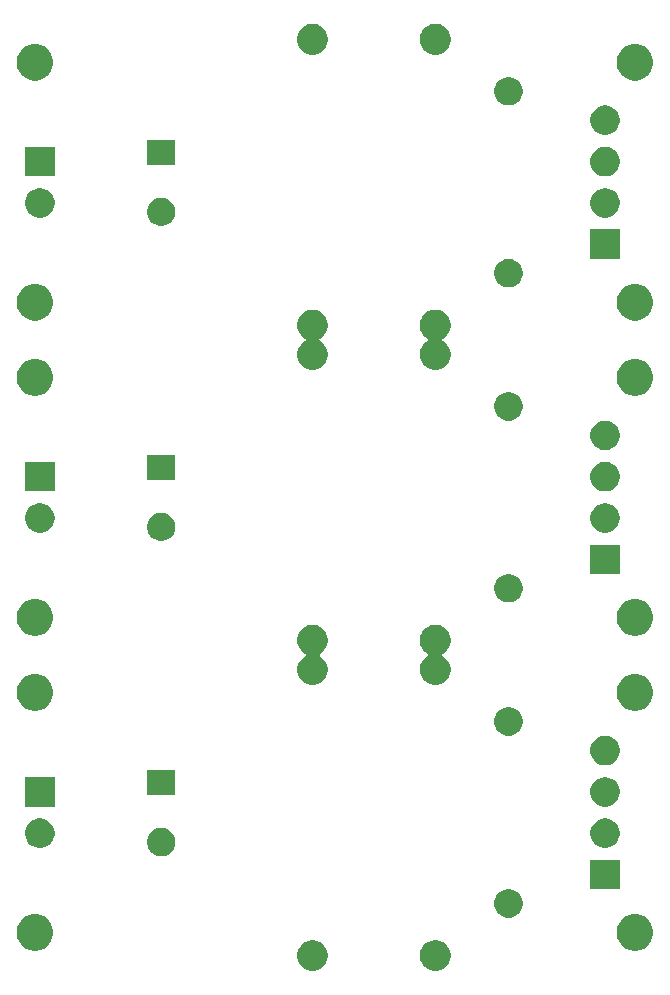
<source format=gbr>
G04 #@! TF.GenerationSoftware,KiCad,Pcbnew,5.1.5-52549c5~86~ubuntu18.04.1*
G04 #@! TF.CreationDate,2020-09-03T19:23:38-05:00*
G04 #@! TF.ProjectId,,58585858-5858-4585-9858-585858585858,rev?*
G04 #@! TF.SameCoordinates,Original*
G04 #@! TF.FileFunction,Soldermask,Top*
G04 #@! TF.FilePolarity,Negative*
%FSLAX46Y46*%
G04 Gerber Fmt 4.6, Leading zero omitted, Abs format (unit mm)*
G04 Created by KiCad (PCBNEW 5.1.5-52549c5~86~ubuntu18.04.1) date 2020-09-03 19:23:38*
%MOMM*%
%LPD*%
G04 APERTURE LIST*
%ADD10C,0.100000*%
G04 APERTURE END LIST*
D10*
G36*
X143686193Y-112226104D02*
G01*
X143922901Y-112324152D01*
X143922903Y-112324153D01*
X144135935Y-112466496D01*
X144317104Y-112647665D01*
X144459447Y-112860697D01*
X144459448Y-112860699D01*
X144557496Y-113097407D01*
X144607480Y-113348693D01*
X144607480Y-113604907D01*
X144557496Y-113856193D01*
X144459448Y-114092901D01*
X144459447Y-114092903D01*
X144317104Y-114305935D01*
X144135935Y-114487104D01*
X143922903Y-114629447D01*
X143922902Y-114629448D01*
X143922901Y-114629448D01*
X143686193Y-114727496D01*
X143434907Y-114777480D01*
X143178693Y-114777480D01*
X142927407Y-114727496D01*
X142690699Y-114629448D01*
X142690698Y-114629448D01*
X142690697Y-114629447D01*
X142477665Y-114487104D01*
X142296496Y-114305935D01*
X142154153Y-114092903D01*
X142154152Y-114092901D01*
X142056104Y-113856193D01*
X142006120Y-113604907D01*
X142006120Y-113348693D01*
X142056104Y-113097407D01*
X142154152Y-112860699D01*
X142154153Y-112860697D01*
X142296496Y-112647665D01*
X142477665Y-112466496D01*
X142690697Y-112324153D01*
X142690699Y-112324152D01*
X142927407Y-112226104D01*
X143178693Y-112176120D01*
X143434907Y-112176120D01*
X143686193Y-112226104D01*
G37*
G36*
X133297593Y-112226104D02*
G01*
X133534301Y-112324152D01*
X133534303Y-112324153D01*
X133747335Y-112466496D01*
X133928504Y-112647665D01*
X134070847Y-112860697D01*
X134070848Y-112860699D01*
X134168896Y-113097407D01*
X134218880Y-113348693D01*
X134218880Y-113604907D01*
X134168896Y-113856193D01*
X134070848Y-114092901D01*
X134070847Y-114092903D01*
X133928504Y-114305935D01*
X133747335Y-114487104D01*
X133534303Y-114629447D01*
X133534302Y-114629448D01*
X133534301Y-114629448D01*
X133297593Y-114727496D01*
X133046307Y-114777480D01*
X132790093Y-114777480D01*
X132538807Y-114727496D01*
X132302099Y-114629448D01*
X132302098Y-114629448D01*
X132302097Y-114629447D01*
X132089065Y-114487104D01*
X131907896Y-114305935D01*
X131765553Y-114092903D01*
X131765552Y-114092901D01*
X131667504Y-113856193D01*
X131617520Y-113604907D01*
X131617520Y-113348693D01*
X131667504Y-113097407D01*
X131765552Y-112860699D01*
X131765553Y-112860697D01*
X131907896Y-112647665D01*
X132089065Y-112466496D01*
X132302097Y-112324153D01*
X132302099Y-112324152D01*
X132538807Y-112226104D01*
X132790093Y-112176120D01*
X133046307Y-112176120D01*
X133297593Y-112226104D01*
G37*
G36*
X160480803Y-110009078D02*
G01*
X160660410Y-110044804D01*
X160942674Y-110161721D01*
X161196705Y-110331459D01*
X161412741Y-110547495D01*
X161582479Y-110801526D01*
X161699396Y-111083790D01*
X161759000Y-111383440D01*
X161759000Y-111688960D01*
X161699396Y-111988610D01*
X161582479Y-112270874D01*
X161412741Y-112524905D01*
X161196705Y-112740941D01*
X160942674Y-112910679D01*
X160660410Y-113027596D01*
X160510585Y-113057398D01*
X160360761Y-113087200D01*
X160055239Y-113087200D01*
X159905415Y-113057398D01*
X159755590Y-113027596D01*
X159473326Y-112910679D01*
X159219295Y-112740941D01*
X159003259Y-112524905D01*
X158833521Y-112270874D01*
X158716604Y-111988610D01*
X158657000Y-111688960D01*
X158657000Y-111383440D01*
X158716604Y-111083790D01*
X158833521Y-110801526D01*
X159003259Y-110547495D01*
X159219295Y-110331459D01*
X159473326Y-110161721D01*
X159755590Y-110044804D01*
X159935197Y-110009078D01*
X160055239Y-109985200D01*
X160360761Y-109985200D01*
X160480803Y-110009078D01*
G37*
G36*
X109680803Y-110009078D02*
G01*
X109860410Y-110044804D01*
X110142674Y-110161721D01*
X110396705Y-110331459D01*
X110612741Y-110547495D01*
X110782479Y-110801526D01*
X110899396Y-111083790D01*
X110959000Y-111383440D01*
X110959000Y-111688960D01*
X110899396Y-111988610D01*
X110782479Y-112270874D01*
X110612741Y-112524905D01*
X110396705Y-112740941D01*
X110142674Y-112910679D01*
X109860410Y-113027596D01*
X109710585Y-113057398D01*
X109560761Y-113087200D01*
X109255239Y-113087200D01*
X109105415Y-113057398D01*
X108955590Y-113027596D01*
X108673326Y-112910679D01*
X108419295Y-112740941D01*
X108203259Y-112524905D01*
X108033521Y-112270874D01*
X107916604Y-111988610D01*
X107857000Y-111688960D01*
X107857000Y-111383440D01*
X107916604Y-111083790D01*
X108033521Y-110801526D01*
X108203259Y-110547495D01*
X108419295Y-110331459D01*
X108673326Y-110161721D01*
X108955590Y-110044804D01*
X109135197Y-110009078D01*
X109255239Y-109985200D01*
X109560761Y-109985200D01*
X109680803Y-110009078D01*
G37*
G36*
X149858318Y-107921353D02*
G01*
X150076885Y-108011887D01*
X150076887Y-108011888D01*
X150273593Y-108143322D01*
X150440878Y-108310607D01*
X150572312Y-108507313D01*
X150572313Y-108507315D01*
X150662847Y-108725882D01*
X150709000Y-108957910D01*
X150709000Y-109194490D01*
X150662847Y-109426518D01*
X150572313Y-109645085D01*
X150572312Y-109645087D01*
X150440878Y-109841793D01*
X150273593Y-110009078D01*
X150076887Y-110140512D01*
X150076886Y-110140513D01*
X150076885Y-110140513D01*
X149858318Y-110231047D01*
X149626290Y-110277200D01*
X149389710Y-110277200D01*
X149157682Y-110231047D01*
X148939115Y-110140513D01*
X148939114Y-110140513D01*
X148939113Y-110140512D01*
X148742407Y-110009078D01*
X148575122Y-109841793D01*
X148443688Y-109645087D01*
X148443687Y-109645085D01*
X148353153Y-109426518D01*
X148307000Y-109194490D01*
X148307000Y-108957910D01*
X148353153Y-108725882D01*
X148443687Y-108507315D01*
X148443688Y-108507313D01*
X148575122Y-108310607D01*
X148742407Y-108143322D01*
X148939113Y-108011888D01*
X148939115Y-108011887D01*
X149157682Y-107921353D01*
X149389710Y-107875200D01*
X149626290Y-107875200D01*
X149858318Y-107921353D01*
G37*
G36*
X158934200Y-107877200D02*
G01*
X156432200Y-107877200D01*
X156432200Y-105375200D01*
X158934200Y-105375200D01*
X158934200Y-107877200D01*
G37*
G36*
X120458318Y-102721353D02*
G01*
X120676885Y-102811887D01*
X120676887Y-102811888D01*
X120873593Y-102943322D01*
X121040878Y-103110607D01*
X121133625Y-103249414D01*
X121172313Y-103307315D01*
X121262847Y-103525882D01*
X121309000Y-103757910D01*
X121309000Y-103994490D01*
X121262847Y-104226518D01*
X121200432Y-104377200D01*
X121172312Y-104445087D01*
X121040878Y-104641793D01*
X120873593Y-104809078D01*
X120676887Y-104940512D01*
X120676886Y-104940513D01*
X120676885Y-104940513D01*
X120458318Y-105031047D01*
X120226290Y-105077200D01*
X119989710Y-105077200D01*
X119757682Y-105031047D01*
X119539115Y-104940513D01*
X119539114Y-104940513D01*
X119539113Y-104940512D01*
X119342407Y-104809078D01*
X119175122Y-104641793D01*
X119043688Y-104445087D01*
X119015568Y-104377200D01*
X118953153Y-104226518D01*
X118907000Y-103994490D01*
X118907000Y-103757910D01*
X118953153Y-103525882D01*
X119043687Y-103307315D01*
X119082375Y-103249414D01*
X119175122Y-103110607D01*
X119342407Y-102943322D01*
X119539113Y-102811888D01*
X119539115Y-102811887D01*
X119757682Y-102721353D01*
X119989710Y-102675200D01*
X120226290Y-102675200D01*
X120458318Y-102721353D01*
G37*
G36*
X158048103Y-101923275D02*
G01*
X158275771Y-102017578D01*
X158480666Y-102154485D01*
X158654915Y-102328734D01*
X158791822Y-102533629D01*
X158886125Y-102761297D01*
X158934200Y-103002987D01*
X158934200Y-103249413D01*
X158886125Y-103491103D01*
X158791822Y-103718771D01*
X158654915Y-103923666D01*
X158480666Y-104097915D01*
X158275771Y-104234822D01*
X158275770Y-104234823D01*
X158275769Y-104234823D01*
X158048103Y-104329125D01*
X157806414Y-104377200D01*
X157559986Y-104377200D01*
X157318297Y-104329125D01*
X157090631Y-104234823D01*
X157090630Y-104234823D01*
X157090629Y-104234822D01*
X156885734Y-104097915D01*
X156711485Y-103923666D01*
X156574578Y-103718771D01*
X156480275Y-103491103D01*
X156432200Y-103249413D01*
X156432200Y-103002987D01*
X156480275Y-102761297D01*
X156574578Y-102533629D01*
X156711485Y-102328734D01*
X156885734Y-102154485D01*
X157090629Y-102017578D01*
X157318297Y-101923275D01*
X157559986Y-101875200D01*
X157806414Y-101875200D01*
X158048103Y-101923275D01*
G37*
G36*
X110194503Y-101923275D02*
G01*
X110422171Y-102017578D01*
X110627066Y-102154485D01*
X110801315Y-102328734D01*
X110938222Y-102533629D01*
X111032525Y-102761297D01*
X111080600Y-103002987D01*
X111080600Y-103249413D01*
X111032525Y-103491103D01*
X110938222Y-103718771D01*
X110801315Y-103923666D01*
X110627066Y-104097915D01*
X110422171Y-104234822D01*
X110422170Y-104234823D01*
X110422169Y-104234823D01*
X110194503Y-104329125D01*
X109952814Y-104377200D01*
X109706386Y-104377200D01*
X109464697Y-104329125D01*
X109237031Y-104234823D01*
X109237030Y-104234823D01*
X109237029Y-104234822D01*
X109032134Y-104097915D01*
X108857885Y-103923666D01*
X108720978Y-103718771D01*
X108626675Y-103491103D01*
X108578600Y-103249413D01*
X108578600Y-103002987D01*
X108626675Y-102761297D01*
X108720978Y-102533629D01*
X108857885Y-102328734D01*
X109032134Y-102154485D01*
X109237029Y-102017578D01*
X109464697Y-101923275D01*
X109706386Y-101875200D01*
X109952814Y-101875200D01*
X110194503Y-101923275D01*
G37*
G36*
X111080600Y-100877200D02*
G01*
X108578600Y-100877200D01*
X108578600Y-98375200D01*
X111080600Y-98375200D01*
X111080600Y-100877200D01*
G37*
G36*
X158048103Y-98423275D02*
G01*
X158275771Y-98517578D01*
X158480666Y-98654485D01*
X158654915Y-98828734D01*
X158791822Y-99033629D01*
X158886125Y-99261297D01*
X158934200Y-99502987D01*
X158934200Y-99749413D01*
X158886125Y-99991103D01*
X158791822Y-100218771D01*
X158654915Y-100423666D01*
X158480666Y-100597915D01*
X158275771Y-100734822D01*
X158275770Y-100734823D01*
X158275769Y-100734823D01*
X158048103Y-100829125D01*
X157806414Y-100877200D01*
X157559986Y-100877200D01*
X157318297Y-100829125D01*
X157090631Y-100734823D01*
X157090630Y-100734823D01*
X157090629Y-100734822D01*
X156885734Y-100597915D01*
X156711485Y-100423666D01*
X156574578Y-100218771D01*
X156480275Y-99991103D01*
X156432200Y-99749413D01*
X156432200Y-99502987D01*
X156480275Y-99261297D01*
X156574578Y-99033629D01*
X156711485Y-98828734D01*
X156885734Y-98654485D01*
X157090629Y-98517578D01*
X157318297Y-98423275D01*
X157559986Y-98375200D01*
X157806414Y-98375200D01*
X158048103Y-98423275D01*
G37*
G36*
X121309000Y-99927200D02*
G01*
X118907000Y-99927200D01*
X118907000Y-97825200D01*
X121309000Y-97825200D01*
X121309000Y-99927200D01*
G37*
G36*
X158048103Y-94923275D02*
G01*
X158275771Y-95017578D01*
X158480666Y-95154485D01*
X158654915Y-95328734D01*
X158791822Y-95533629D01*
X158886125Y-95761297D01*
X158934200Y-96002987D01*
X158934200Y-96249413D01*
X158886125Y-96491103D01*
X158791822Y-96718771D01*
X158654915Y-96923666D01*
X158480666Y-97097915D01*
X158275771Y-97234822D01*
X158275770Y-97234823D01*
X158275769Y-97234823D01*
X158048103Y-97329125D01*
X157806414Y-97377200D01*
X157559986Y-97377200D01*
X157318297Y-97329125D01*
X157090631Y-97234823D01*
X157090630Y-97234823D01*
X157090629Y-97234822D01*
X156885734Y-97097915D01*
X156711485Y-96923666D01*
X156574578Y-96718771D01*
X156480275Y-96491103D01*
X156432200Y-96249413D01*
X156432200Y-96002987D01*
X156480275Y-95761297D01*
X156574578Y-95533629D01*
X156711485Y-95328734D01*
X156885734Y-95154485D01*
X157090629Y-95017578D01*
X157318297Y-94923275D01*
X157559986Y-94875200D01*
X157806414Y-94875200D01*
X158048103Y-94923275D01*
G37*
G36*
X149858318Y-92521353D02*
G01*
X150076885Y-92611887D01*
X150076887Y-92611888D01*
X150273593Y-92743322D01*
X150440878Y-92910607D01*
X150572312Y-93107313D01*
X150572313Y-93107315D01*
X150662847Y-93325882D01*
X150709000Y-93557910D01*
X150709000Y-93794490D01*
X150662847Y-94026518D01*
X150572313Y-94245085D01*
X150572312Y-94245087D01*
X150440878Y-94441793D01*
X150273593Y-94609078D01*
X150076887Y-94740512D01*
X150076886Y-94740513D01*
X150076885Y-94740513D01*
X149858318Y-94831047D01*
X149626290Y-94877200D01*
X149389710Y-94877200D01*
X149157682Y-94831047D01*
X148939115Y-94740513D01*
X148939114Y-94740513D01*
X148939113Y-94740512D01*
X148742407Y-94609078D01*
X148575122Y-94441793D01*
X148443688Y-94245087D01*
X148443687Y-94245085D01*
X148353153Y-94026518D01*
X148307000Y-93794490D01*
X148307000Y-93557910D01*
X148353153Y-93325882D01*
X148443687Y-93107315D01*
X148443688Y-93107313D01*
X148575122Y-92910607D01*
X148742407Y-92743322D01*
X148939113Y-92611888D01*
X148939115Y-92611887D01*
X149157682Y-92521353D01*
X149389710Y-92475200D01*
X149626290Y-92475200D01*
X149858318Y-92521353D01*
G37*
G36*
X160510585Y-89695002D02*
G01*
X160660410Y-89724804D01*
X160942674Y-89841721D01*
X161196705Y-90011459D01*
X161412741Y-90227495D01*
X161582479Y-90481526D01*
X161699396Y-90763790D01*
X161759000Y-91063440D01*
X161759000Y-91368960D01*
X161699396Y-91668610D01*
X161582479Y-91950874D01*
X161412741Y-92204905D01*
X161196705Y-92420941D01*
X160942674Y-92590679D01*
X160660410Y-92707596D01*
X160510585Y-92737398D01*
X160360761Y-92767200D01*
X160055239Y-92767200D01*
X159905415Y-92737398D01*
X159755590Y-92707596D01*
X159473326Y-92590679D01*
X159219295Y-92420941D01*
X159003259Y-92204905D01*
X158833521Y-91950874D01*
X158716604Y-91668610D01*
X158657000Y-91368960D01*
X158657000Y-91063440D01*
X158716604Y-90763790D01*
X158833521Y-90481526D01*
X159003259Y-90227495D01*
X159219295Y-90011459D01*
X159473326Y-89841721D01*
X159755590Y-89724804D01*
X159905415Y-89695002D01*
X160055239Y-89665200D01*
X160360761Y-89665200D01*
X160510585Y-89695002D01*
G37*
G36*
X109710585Y-89695002D02*
G01*
X109860410Y-89724804D01*
X110142674Y-89841721D01*
X110396705Y-90011459D01*
X110612741Y-90227495D01*
X110782479Y-90481526D01*
X110899396Y-90763790D01*
X110959000Y-91063440D01*
X110959000Y-91368960D01*
X110899396Y-91668610D01*
X110782479Y-91950874D01*
X110612741Y-92204905D01*
X110396705Y-92420941D01*
X110142674Y-92590679D01*
X109860410Y-92707596D01*
X109710585Y-92737398D01*
X109560761Y-92767200D01*
X109255239Y-92767200D01*
X109105415Y-92737398D01*
X108955590Y-92707596D01*
X108673326Y-92590679D01*
X108419295Y-92420941D01*
X108203259Y-92204905D01*
X108033521Y-91950874D01*
X107916604Y-91668610D01*
X107857000Y-91368960D01*
X107857000Y-91063440D01*
X107916604Y-90763790D01*
X108033521Y-90481526D01*
X108203259Y-90227495D01*
X108419295Y-90011459D01*
X108673326Y-89841721D01*
X108955590Y-89724804D01*
X109105415Y-89695002D01*
X109255239Y-89665200D01*
X109560761Y-89665200D01*
X109710585Y-89695002D01*
G37*
G36*
X133297593Y-85546104D02*
G01*
X133534301Y-85644152D01*
X133534303Y-85644153D01*
X133747335Y-85786496D01*
X133928504Y-85967665D01*
X134070847Y-86180697D01*
X134070848Y-86180699D01*
X134168896Y-86417407D01*
X134218880Y-86668693D01*
X134218880Y-86924907D01*
X134168896Y-87176193D01*
X134070848Y-87412901D01*
X134070847Y-87412903D01*
X133928504Y-87625935D01*
X133747335Y-87807104D01*
X133560011Y-87932270D01*
X133541072Y-87947812D01*
X133525527Y-87966754D01*
X133513976Y-87988365D01*
X133506863Y-88011814D01*
X133504461Y-88036200D01*
X133506863Y-88060586D01*
X133513976Y-88084035D01*
X133525527Y-88105646D01*
X133541072Y-88124588D01*
X133560011Y-88140130D01*
X133747335Y-88265296D01*
X133928504Y-88446465D01*
X134070847Y-88659497D01*
X134070848Y-88659499D01*
X134168896Y-88896207D01*
X134218880Y-89147493D01*
X134218880Y-89403707D01*
X134168896Y-89654993D01*
X134164668Y-89665200D01*
X134070847Y-89891703D01*
X133928504Y-90104735D01*
X133747335Y-90285904D01*
X133534303Y-90428247D01*
X133534302Y-90428248D01*
X133534301Y-90428248D01*
X133297593Y-90526296D01*
X133046307Y-90576280D01*
X132790093Y-90576280D01*
X132538807Y-90526296D01*
X132302099Y-90428248D01*
X132302098Y-90428248D01*
X132302097Y-90428247D01*
X132089065Y-90285904D01*
X131907896Y-90104735D01*
X131765553Y-89891703D01*
X131671732Y-89665200D01*
X131667504Y-89654993D01*
X131617520Y-89403707D01*
X131617520Y-89147493D01*
X131667504Y-88896207D01*
X131765552Y-88659499D01*
X131765553Y-88659497D01*
X131907896Y-88446465D01*
X132089065Y-88265296D01*
X132276389Y-88140130D01*
X132295328Y-88124588D01*
X132310873Y-88105646D01*
X132322424Y-88084035D01*
X132329537Y-88060586D01*
X132331939Y-88036200D01*
X132329537Y-88011814D01*
X132322424Y-87988365D01*
X132310873Y-87966754D01*
X132295328Y-87947812D01*
X132276389Y-87932270D01*
X132089065Y-87807104D01*
X131907896Y-87625935D01*
X131765553Y-87412903D01*
X131765552Y-87412901D01*
X131667504Y-87176193D01*
X131617520Y-86924907D01*
X131617520Y-86668693D01*
X131667504Y-86417407D01*
X131765552Y-86180699D01*
X131765553Y-86180697D01*
X131907896Y-85967665D01*
X132089065Y-85786496D01*
X132302097Y-85644153D01*
X132302099Y-85644152D01*
X132538807Y-85546104D01*
X132790093Y-85496120D01*
X133046307Y-85496120D01*
X133297593Y-85546104D01*
G37*
G36*
X143686193Y-85546104D02*
G01*
X143922901Y-85644152D01*
X143922903Y-85644153D01*
X144135935Y-85786496D01*
X144317104Y-85967665D01*
X144459447Y-86180697D01*
X144459448Y-86180699D01*
X144557496Y-86417407D01*
X144607480Y-86668693D01*
X144607480Y-86924907D01*
X144557496Y-87176193D01*
X144459448Y-87412901D01*
X144459447Y-87412903D01*
X144317104Y-87625935D01*
X144135935Y-87807104D01*
X143948611Y-87932270D01*
X143929672Y-87947812D01*
X143914127Y-87966754D01*
X143902576Y-87988365D01*
X143895463Y-88011814D01*
X143893061Y-88036200D01*
X143895463Y-88060586D01*
X143902576Y-88084035D01*
X143914127Y-88105646D01*
X143929672Y-88124588D01*
X143948611Y-88140130D01*
X144135935Y-88265296D01*
X144317104Y-88446465D01*
X144459447Y-88659497D01*
X144459448Y-88659499D01*
X144557496Y-88896207D01*
X144607480Y-89147493D01*
X144607480Y-89403707D01*
X144557496Y-89654993D01*
X144553268Y-89665200D01*
X144459447Y-89891703D01*
X144317104Y-90104735D01*
X144135935Y-90285904D01*
X143922903Y-90428247D01*
X143922902Y-90428248D01*
X143922901Y-90428248D01*
X143686193Y-90526296D01*
X143434907Y-90576280D01*
X143178693Y-90576280D01*
X142927407Y-90526296D01*
X142690699Y-90428248D01*
X142690698Y-90428248D01*
X142690697Y-90428247D01*
X142477665Y-90285904D01*
X142296496Y-90104735D01*
X142154153Y-89891703D01*
X142060332Y-89665200D01*
X142056104Y-89654993D01*
X142006120Y-89403707D01*
X142006120Y-89147493D01*
X142056104Y-88896207D01*
X142154152Y-88659499D01*
X142154153Y-88659497D01*
X142296496Y-88446465D01*
X142477665Y-88265296D01*
X142664989Y-88140130D01*
X142683928Y-88124588D01*
X142699473Y-88105646D01*
X142711024Y-88084035D01*
X142718137Y-88060586D01*
X142720539Y-88036200D01*
X142718137Y-88011814D01*
X142711024Y-87988365D01*
X142699473Y-87966754D01*
X142683928Y-87947812D01*
X142664989Y-87932270D01*
X142477665Y-87807104D01*
X142296496Y-87625935D01*
X142154153Y-87412903D01*
X142154152Y-87412901D01*
X142056104Y-87176193D01*
X142006120Y-86924907D01*
X142006120Y-86668693D01*
X142056104Y-86417407D01*
X142154152Y-86180699D01*
X142154153Y-86180697D01*
X142296496Y-85967665D01*
X142477665Y-85786496D01*
X142690697Y-85644153D01*
X142690699Y-85644152D01*
X142927407Y-85546104D01*
X143178693Y-85496120D01*
X143434907Y-85496120D01*
X143686193Y-85546104D01*
G37*
G36*
X160480803Y-83329078D02*
G01*
X160660410Y-83364804D01*
X160942674Y-83481721D01*
X161196705Y-83651459D01*
X161412741Y-83867495D01*
X161582479Y-84121526D01*
X161699396Y-84403790D01*
X161759000Y-84703440D01*
X161759000Y-85008960D01*
X161699396Y-85308610D01*
X161582479Y-85590874D01*
X161412741Y-85844905D01*
X161196705Y-86060941D01*
X160942674Y-86230679D01*
X160660410Y-86347596D01*
X160510585Y-86377398D01*
X160360761Y-86407200D01*
X160055239Y-86407200D01*
X159905415Y-86377398D01*
X159755590Y-86347596D01*
X159473326Y-86230679D01*
X159219295Y-86060941D01*
X159003259Y-85844905D01*
X158833521Y-85590874D01*
X158716604Y-85308610D01*
X158657000Y-85008960D01*
X158657000Y-84703440D01*
X158716604Y-84403790D01*
X158833521Y-84121526D01*
X159003259Y-83867495D01*
X159219295Y-83651459D01*
X159473326Y-83481721D01*
X159755590Y-83364804D01*
X159935197Y-83329078D01*
X160055239Y-83305200D01*
X160360761Y-83305200D01*
X160480803Y-83329078D01*
G37*
G36*
X109680803Y-83329078D02*
G01*
X109860410Y-83364804D01*
X110142674Y-83481721D01*
X110396705Y-83651459D01*
X110612741Y-83867495D01*
X110782479Y-84121526D01*
X110899396Y-84403790D01*
X110959000Y-84703440D01*
X110959000Y-85008960D01*
X110899396Y-85308610D01*
X110782479Y-85590874D01*
X110612741Y-85844905D01*
X110396705Y-86060941D01*
X110142674Y-86230679D01*
X109860410Y-86347596D01*
X109710585Y-86377398D01*
X109560761Y-86407200D01*
X109255239Y-86407200D01*
X109105415Y-86377398D01*
X108955590Y-86347596D01*
X108673326Y-86230679D01*
X108419295Y-86060941D01*
X108203259Y-85844905D01*
X108033521Y-85590874D01*
X107916604Y-85308610D01*
X107857000Y-85008960D01*
X107857000Y-84703440D01*
X107916604Y-84403790D01*
X108033521Y-84121526D01*
X108203259Y-83867495D01*
X108419295Y-83651459D01*
X108673326Y-83481721D01*
X108955590Y-83364804D01*
X109135197Y-83329078D01*
X109255239Y-83305200D01*
X109560761Y-83305200D01*
X109680803Y-83329078D01*
G37*
G36*
X149858318Y-81241353D02*
G01*
X150076885Y-81331887D01*
X150076887Y-81331888D01*
X150273593Y-81463322D01*
X150440878Y-81630607D01*
X150572312Y-81827313D01*
X150572313Y-81827315D01*
X150662847Y-82045882D01*
X150709000Y-82277910D01*
X150709000Y-82514490D01*
X150662847Y-82746518D01*
X150572313Y-82965085D01*
X150572312Y-82965087D01*
X150440878Y-83161793D01*
X150273593Y-83329078D01*
X150076887Y-83460512D01*
X150076886Y-83460513D01*
X150076885Y-83460513D01*
X149858318Y-83551047D01*
X149626290Y-83597200D01*
X149389710Y-83597200D01*
X149157682Y-83551047D01*
X148939115Y-83460513D01*
X148939114Y-83460513D01*
X148939113Y-83460512D01*
X148742407Y-83329078D01*
X148575122Y-83161793D01*
X148443688Y-82965087D01*
X148443687Y-82965085D01*
X148353153Y-82746518D01*
X148307000Y-82514490D01*
X148307000Y-82277910D01*
X148353153Y-82045882D01*
X148443687Y-81827315D01*
X148443688Y-81827313D01*
X148575122Y-81630607D01*
X148742407Y-81463322D01*
X148939113Y-81331888D01*
X148939115Y-81331887D01*
X149157682Y-81241353D01*
X149389710Y-81195200D01*
X149626290Y-81195200D01*
X149858318Y-81241353D01*
G37*
G36*
X158934200Y-81197200D02*
G01*
X156432200Y-81197200D01*
X156432200Y-78695200D01*
X158934200Y-78695200D01*
X158934200Y-81197200D01*
G37*
G36*
X120458318Y-76041353D02*
G01*
X120676885Y-76131887D01*
X120676887Y-76131888D01*
X120873593Y-76263322D01*
X121040878Y-76430607D01*
X121133625Y-76569414D01*
X121172313Y-76627315D01*
X121262847Y-76845882D01*
X121309000Y-77077910D01*
X121309000Y-77314490D01*
X121262847Y-77546518D01*
X121200432Y-77697200D01*
X121172312Y-77765087D01*
X121040878Y-77961793D01*
X120873593Y-78129078D01*
X120676887Y-78260512D01*
X120676886Y-78260513D01*
X120676885Y-78260513D01*
X120458318Y-78351047D01*
X120226290Y-78397200D01*
X119989710Y-78397200D01*
X119757682Y-78351047D01*
X119539115Y-78260513D01*
X119539114Y-78260513D01*
X119539113Y-78260512D01*
X119342407Y-78129078D01*
X119175122Y-77961793D01*
X119043688Y-77765087D01*
X119015568Y-77697200D01*
X118953153Y-77546518D01*
X118907000Y-77314490D01*
X118907000Y-77077910D01*
X118953153Y-76845882D01*
X119043687Y-76627315D01*
X119082375Y-76569414D01*
X119175122Y-76430607D01*
X119342407Y-76263322D01*
X119539113Y-76131888D01*
X119539115Y-76131887D01*
X119757682Y-76041353D01*
X119989710Y-75995200D01*
X120226290Y-75995200D01*
X120458318Y-76041353D01*
G37*
G36*
X158048103Y-75243275D02*
G01*
X158275771Y-75337578D01*
X158480666Y-75474485D01*
X158654915Y-75648734D01*
X158791822Y-75853629D01*
X158886125Y-76081297D01*
X158934200Y-76322987D01*
X158934200Y-76569413D01*
X158886125Y-76811103D01*
X158791822Y-77038771D01*
X158654915Y-77243666D01*
X158480666Y-77417915D01*
X158275771Y-77554822D01*
X158275770Y-77554823D01*
X158275769Y-77554823D01*
X158048103Y-77649125D01*
X157806414Y-77697200D01*
X157559986Y-77697200D01*
X157318297Y-77649125D01*
X157090631Y-77554823D01*
X157090630Y-77554823D01*
X157090629Y-77554822D01*
X156885734Y-77417915D01*
X156711485Y-77243666D01*
X156574578Y-77038771D01*
X156480275Y-76811103D01*
X156432200Y-76569413D01*
X156432200Y-76322987D01*
X156480275Y-76081297D01*
X156574578Y-75853629D01*
X156711485Y-75648734D01*
X156885734Y-75474485D01*
X157090629Y-75337578D01*
X157318297Y-75243275D01*
X157559986Y-75195200D01*
X157806414Y-75195200D01*
X158048103Y-75243275D01*
G37*
G36*
X110194503Y-75243275D02*
G01*
X110422171Y-75337578D01*
X110627066Y-75474485D01*
X110801315Y-75648734D01*
X110938222Y-75853629D01*
X111032525Y-76081297D01*
X111080600Y-76322987D01*
X111080600Y-76569413D01*
X111032525Y-76811103D01*
X110938222Y-77038771D01*
X110801315Y-77243666D01*
X110627066Y-77417915D01*
X110422171Y-77554822D01*
X110422170Y-77554823D01*
X110422169Y-77554823D01*
X110194503Y-77649125D01*
X109952814Y-77697200D01*
X109706386Y-77697200D01*
X109464697Y-77649125D01*
X109237031Y-77554823D01*
X109237030Y-77554823D01*
X109237029Y-77554822D01*
X109032134Y-77417915D01*
X108857885Y-77243666D01*
X108720978Y-77038771D01*
X108626675Y-76811103D01*
X108578600Y-76569413D01*
X108578600Y-76322987D01*
X108626675Y-76081297D01*
X108720978Y-75853629D01*
X108857885Y-75648734D01*
X109032134Y-75474485D01*
X109237029Y-75337578D01*
X109464697Y-75243275D01*
X109706386Y-75195200D01*
X109952814Y-75195200D01*
X110194503Y-75243275D01*
G37*
G36*
X158048103Y-71743275D02*
G01*
X158275771Y-71837578D01*
X158480666Y-71974485D01*
X158654915Y-72148734D01*
X158791822Y-72353629D01*
X158886125Y-72581297D01*
X158934200Y-72822987D01*
X158934200Y-73069413D01*
X158886125Y-73311103D01*
X158791822Y-73538771D01*
X158654915Y-73743666D01*
X158480666Y-73917915D01*
X158275771Y-74054822D01*
X158275770Y-74054823D01*
X158275769Y-74054823D01*
X158048103Y-74149125D01*
X157806414Y-74197200D01*
X157559986Y-74197200D01*
X157318297Y-74149125D01*
X157090631Y-74054823D01*
X157090630Y-74054823D01*
X157090629Y-74054822D01*
X156885734Y-73917915D01*
X156711485Y-73743666D01*
X156574578Y-73538771D01*
X156480275Y-73311103D01*
X156432200Y-73069413D01*
X156432200Y-72822987D01*
X156480275Y-72581297D01*
X156574578Y-72353629D01*
X156711485Y-72148734D01*
X156885734Y-71974485D01*
X157090629Y-71837578D01*
X157318297Y-71743275D01*
X157559986Y-71695200D01*
X157806414Y-71695200D01*
X158048103Y-71743275D01*
G37*
G36*
X111080600Y-74197200D02*
G01*
X108578600Y-74197200D01*
X108578600Y-71695200D01*
X111080600Y-71695200D01*
X111080600Y-74197200D01*
G37*
G36*
X121309000Y-73247200D02*
G01*
X118907000Y-73247200D01*
X118907000Y-71145200D01*
X121309000Y-71145200D01*
X121309000Y-73247200D01*
G37*
G36*
X158048103Y-68243275D02*
G01*
X158275771Y-68337578D01*
X158480666Y-68474485D01*
X158654915Y-68648734D01*
X158791822Y-68853629D01*
X158886125Y-69081297D01*
X158934200Y-69322987D01*
X158934200Y-69569413D01*
X158886125Y-69811103D01*
X158791822Y-70038771D01*
X158654915Y-70243666D01*
X158480666Y-70417915D01*
X158275771Y-70554822D01*
X158275770Y-70554823D01*
X158275769Y-70554823D01*
X158048103Y-70649125D01*
X157806414Y-70697200D01*
X157559986Y-70697200D01*
X157318297Y-70649125D01*
X157090631Y-70554823D01*
X157090630Y-70554823D01*
X157090629Y-70554822D01*
X156885734Y-70417915D01*
X156711485Y-70243666D01*
X156574578Y-70038771D01*
X156480275Y-69811103D01*
X156432200Y-69569413D01*
X156432200Y-69322987D01*
X156480275Y-69081297D01*
X156574578Y-68853629D01*
X156711485Y-68648734D01*
X156885734Y-68474485D01*
X157090629Y-68337578D01*
X157318297Y-68243275D01*
X157559986Y-68195200D01*
X157806414Y-68195200D01*
X158048103Y-68243275D01*
G37*
G36*
X149858318Y-65841353D02*
G01*
X150076885Y-65931887D01*
X150076887Y-65931888D01*
X150273593Y-66063322D01*
X150440878Y-66230607D01*
X150572312Y-66427313D01*
X150572313Y-66427315D01*
X150662847Y-66645882D01*
X150709000Y-66877910D01*
X150709000Y-67114490D01*
X150662847Y-67346518D01*
X150572313Y-67565085D01*
X150572312Y-67565087D01*
X150440878Y-67761793D01*
X150273593Y-67929078D01*
X150076887Y-68060512D01*
X150076886Y-68060513D01*
X150076885Y-68060513D01*
X149858318Y-68151047D01*
X149626290Y-68197200D01*
X149389710Y-68197200D01*
X149157682Y-68151047D01*
X148939115Y-68060513D01*
X148939114Y-68060513D01*
X148939113Y-68060512D01*
X148742407Y-67929078D01*
X148575122Y-67761793D01*
X148443688Y-67565087D01*
X148443687Y-67565085D01*
X148353153Y-67346518D01*
X148307000Y-67114490D01*
X148307000Y-66877910D01*
X148353153Y-66645882D01*
X148443687Y-66427315D01*
X148443688Y-66427313D01*
X148575122Y-66230607D01*
X148742407Y-66063322D01*
X148939113Y-65931888D01*
X148939115Y-65931887D01*
X149157682Y-65841353D01*
X149389710Y-65795200D01*
X149626290Y-65795200D01*
X149858318Y-65841353D01*
G37*
G36*
X160510585Y-63015002D02*
G01*
X160660410Y-63044804D01*
X160942674Y-63161721D01*
X161196705Y-63331459D01*
X161412741Y-63547495D01*
X161582479Y-63801526D01*
X161699396Y-64083790D01*
X161759000Y-64383440D01*
X161759000Y-64688960D01*
X161699396Y-64988610D01*
X161582479Y-65270874D01*
X161412741Y-65524905D01*
X161196705Y-65740941D01*
X160942674Y-65910679D01*
X160660410Y-66027596D01*
X160510585Y-66057398D01*
X160360761Y-66087200D01*
X160055239Y-66087200D01*
X159905415Y-66057398D01*
X159755590Y-66027596D01*
X159473326Y-65910679D01*
X159219295Y-65740941D01*
X159003259Y-65524905D01*
X158833521Y-65270874D01*
X158716604Y-64988610D01*
X158657000Y-64688960D01*
X158657000Y-64383440D01*
X158716604Y-64083790D01*
X158833521Y-63801526D01*
X159003259Y-63547495D01*
X159219295Y-63331459D01*
X159473326Y-63161721D01*
X159755590Y-63044804D01*
X159905415Y-63015002D01*
X160055239Y-62985200D01*
X160360761Y-62985200D01*
X160510585Y-63015002D01*
G37*
G36*
X109710585Y-63015002D02*
G01*
X109860410Y-63044804D01*
X110142674Y-63161721D01*
X110396705Y-63331459D01*
X110612741Y-63547495D01*
X110782479Y-63801526D01*
X110899396Y-64083790D01*
X110959000Y-64383440D01*
X110959000Y-64688960D01*
X110899396Y-64988610D01*
X110782479Y-65270874D01*
X110612741Y-65524905D01*
X110396705Y-65740941D01*
X110142674Y-65910679D01*
X109860410Y-66027596D01*
X109710585Y-66057398D01*
X109560761Y-66087200D01*
X109255239Y-66087200D01*
X109105415Y-66057398D01*
X108955590Y-66027596D01*
X108673326Y-65910679D01*
X108419295Y-65740941D01*
X108203259Y-65524905D01*
X108033521Y-65270874D01*
X107916604Y-64988610D01*
X107857000Y-64688960D01*
X107857000Y-64383440D01*
X107916604Y-64083790D01*
X108033521Y-63801526D01*
X108203259Y-63547495D01*
X108419295Y-63331459D01*
X108673326Y-63161721D01*
X108955590Y-63044804D01*
X109105415Y-63015002D01*
X109255239Y-62985200D01*
X109560761Y-62985200D01*
X109710585Y-63015002D01*
G37*
G36*
X143686193Y-58866104D02*
G01*
X143922901Y-58964152D01*
X143922903Y-58964153D01*
X144135935Y-59106496D01*
X144317104Y-59287665D01*
X144459447Y-59500697D01*
X144459448Y-59500699D01*
X144557496Y-59737407D01*
X144607480Y-59988693D01*
X144607480Y-60244907D01*
X144557496Y-60496193D01*
X144459448Y-60732901D01*
X144459447Y-60732903D01*
X144317104Y-60945935D01*
X144135935Y-61127104D01*
X143948611Y-61252270D01*
X143929672Y-61267812D01*
X143914127Y-61286754D01*
X143902576Y-61308365D01*
X143895463Y-61331814D01*
X143893061Y-61356200D01*
X143895463Y-61380586D01*
X143902576Y-61404035D01*
X143914127Y-61425646D01*
X143929672Y-61444588D01*
X143948611Y-61460130D01*
X144135935Y-61585296D01*
X144317104Y-61766465D01*
X144459447Y-61979497D01*
X144459448Y-61979499D01*
X144557496Y-62216207D01*
X144607480Y-62467493D01*
X144607480Y-62723707D01*
X144557496Y-62974993D01*
X144553268Y-62985200D01*
X144459447Y-63211703D01*
X144317104Y-63424735D01*
X144135935Y-63605904D01*
X143922903Y-63748247D01*
X143922902Y-63748248D01*
X143922901Y-63748248D01*
X143686193Y-63846296D01*
X143434907Y-63896280D01*
X143178693Y-63896280D01*
X142927407Y-63846296D01*
X142690699Y-63748248D01*
X142690698Y-63748248D01*
X142690697Y-63748247D01*
X142477665Y-63605904D01*
X142296496Y-63424735D01*
X142154153Y-63211703D01*
X142060332Y-62985200D01*
X142056104Y-62974993D01*
X142006120Y-62723707D01*
X142006120Y-62467493D01*
X142056104Y-62216207D01*
X142154152Y-61979499D01*
X142154153Y-61979497D01*
X142296496Y-61766465D01*
X142477665Y-61585296D01*
X142664989Y-61460130D01*
X142683928Y-61444588D01*
X142699473Y-61425646D01*
X142711024Y-61404035D01*
X142718137Y-61380586D01*
X142720539Y-61356200D01*
X142718137Y-61331814D01*
X142711024Y-61308365D01*
X142699473Y-61286754D01*
X142683928Y-61267812D01*
X142664989Y-61252270D01*
X142477665Y-61127104D01*
X142296496Y-60945935D01*
X142154153Y-60732903D01*
X142154152Y-60732901D01*
X142056104Y-60496193D01*
X142006120Y-60244907D01*
X142006120Y-59988693D01*
X142056104Y-59737407D01*
X142154152Y-59500699D01*
X142154153Y-59500697D01*
X142296496Y-59287665D01*
X142477665Y-59106496D01*
X142690697Y-58964153D01*
X142690699Y-58964152D01*
X142927407Y-58866104D01*
X143178693Y-58816120D01*
X143434907Y-58816120D01*
X143686193Y-58866104D01*
G37*
G36*
X133297593Y-58866104D02*
G01*
X133534301Y-58964152D01*
X133534303Y-58964153D01*
X133747335Y-59106496D01*
X133928504Y-59287665D01*
X134070847Y-59500697D01*
X134070848Y-59500699D01*
X134168896Y-59737407D01*
X134218880Y-59988693D01*
X134218880Y-60244907D01*
X134168896Y-60496193D01*
X134070848Y-60732901D01*
X134070847Y-60732903D01*
X133928504Y-60945935D01*
X133747335Y-61127104D01*
X133560011Y-61252270D01*
X133541072Y-61267812D01*
X133525527Y-61286754D01*
X133513976Y-61308365D01*
X133506863Y-61331814D01*
X133504461Y-61356200D01*
X133506863Y-61380586D01*
X133513976Y-61404035D01*
X133525527Y-61425646D01*
X133541072Y-61444588D01*
X133560011Y-61460130D01*
X133747335Y-61585296D01*
X133928504Y-61766465D01*
X134070847Y-61979497D01*
X134070848Y-61979499D01*
X134168896Y-62216207D01*
X134218880Y-62467493D01*
X134218880Y-62723707D01*
X134168896Y-62974993D01*
X134164668Y-62985200D01*
X134070847Y-63211703D01*
X133928504Y-63424735D01*
X133747335Y-63605904D01*
X133534303Y-63748247D01*
X133534302Y-63748248D01*
X133534301Y-63748248D01*
X133297593Y-63846296D01*
X133046307Y-63896280D01*
X132790093Y-63896280D01*
X132538807Y-63846296D01*
X132302099Y-63748248D01*
X132302098Y-63748248D01*
X132302097Y-63748247D01*
X132089065Y-63605904D01*
X131907896Y-63424735D01*
X131765553Y-63211703D01*
X131671732Y-62985200D01*
X131667504Y-62974993D01*
X131617520Y-62723707D01*
X131617520Y-62467493D01*
X131667504Y-62216207D01*
X131765552Y-61979499D01*
X131765553Y-61979497D01*
X131907896Y-61766465D01*
X132089065Y-61585296D01*
X132276389Y-61460130D01*
X132295328Y-61444588D01*
X132310873Y-61425646D01*
X132322424Y-61404035D01*
X132329537Y-61380586D01*
X132331939Y-61356200D01*
X132329537Y-61331814D01*
X132322424Y-61308365D01*
X132310873Y-61286754D01*
X132295328Y-61267812D01*
X132276389Y-61252270D01*
X132089065Y-61127104D01*
X131907896Y-60945935D01*
X131765553Y-60732903D01*
X131765552Y-60732901D01*
X131667504Y-60496193D01*
X131617520Y-60244907D01*
X131617520Y-59988693D01*
X131667504Y-59737407D01*
X131765552Y-59500699D01*
X131765553Y-59500697D01*
X131907896Y-59287665D01*
X132089065Y-59106496D01*
X132302097Y-58964153D01*
X132302099Y-58964152D01*
X132538807Y-58866104D01*
X132790093Y-58816120D01*
X133046307Y-58816120D01*
X133297593Y-58866104D01*
G37*
G36*
X160480803Y-56649078D02*
G01*
X160660410Y-56684804D01*
X160942674Y-56801721D01*
X161196705Y-56971459D01*
X161412741Y-57187495D01*
X161582479Y-57441526D01*
X161699396Y-57723790D01*
X161759000Y-58023440D01*
X161759000Y-58328960D01*
X161699396Y-58628610D01*
X161582479Y-58910874D01*
X161412741Y-59164905D01*
X161196705Y-59380941D01*
X160942674Y-59550679D01*
X160660410Y-59667596D01*
X160510585Y-59697398D01*
X160360761Y-59727200D01*
X160055239Y-59727200D01*
X159905415Y-59697398D01*
X159755590Y-59667596D01*
X159473326Y-59550679D01*
X159219295Y-59380941D01*
X159003259Y-59164905D01*
X158833521Y-58910874D01*
X158716604Y-58628610D01*
X158657000Y-58328960D01*
X158657000Y-58023440D01*
X158716604Y-57723790D01*
X158833521Y-57441526D01*
X159003259Y-57187495D01*
X159219295Y-56971459D01*
X159473326Y-56801721D01*
X159755590Y-56684804D01*
X159935197Y-56649078D01*
X160055239Y-56625200D01*
X160360761Y-56625200D01*
X160480803Y-56649078D01*
G37*
G36*
X109680803Y-56649078D02*
G01*
X109860410Y-56684804D01*
X110142674Y-56801721D01*
X110396705Y-56971459D01*
X110612741Y-57187495D01*
X110782479Y-57441526D01*
X110899396Y-57723790D01*
X110959000Y-58023440D01*
X110959000Y-58328960D01*
X110899396Y-58628610D01*
X110782479Y-58910874D01*
X110612741Y-59164905D01*
X110396705Y-59380941D01*
X110142674Y-59550679D01*
X109860410Y-59667596D01*
X109710585Y-59697398D01*
X109560761Y-59727200D01*
X109255239Y-59727200D01*
X109105415Y-59697398D01*
X108955590Y-59667596D01*
X108673326Y-59550679D01*
X108419295Y-59380941D01*
X108203259Y-59164905D01*
X108033521Y-58910874D01*
X107916604Y-58628610D01*
X107857000Y-58328960D01*
X107857000Y-58023440D01*
X107916604Y-57723790D01*
X108033521Y-57441526D01*
X108203259Y-57187495D01*
X108419295Y-56971459D01*
X108673326Y-56801721D01*
X108955590Y-56684804D01*
X109135197Y-56649078D01*
X109255239Y-56625200D01*
X109560761Y-56625200D01*
X109680803Y-56649078D01*
G37*
G36*
X149858318Y-54561353D02*
G01*
X150076885Y-54651887D01*
X150076887Y-54651888D01*
X150273593Y-54783322D01*
X150440878Y-54950607D01*
X150572312Y-55147313D01*
X150572313Y-55147315D01*
X150662847Y-55365882D01*
X150709000Y-55597910D01*
X150709000Y-55834490D01*
X150662847Y-56066518D01*
X150572313Y-56285085D01*
X150572312Y-56285087D01*
X150440878Y-56481793D01*
X150273593Y-56649078D01*
X150076887Y-56780512D01*
X150076886Y-56780513D01*
X150076885Y-56780513D01*
X149858318Y-56871047D01*
X149626290Y-56917200D01*
X149389710Y-56917200D01*
X149157682Y-56871047D01*
X148939115Y-56780513D01*
X148939114Y-56780513D01*
X148939113Y-56780512D01*
X148742407Y-56649078D01*
X148575122Y-56481793D01*
X148443688Y-56285087D01*
X148443687Y-56285085D01*
X148353153Y-56066518D01*
X148307000Y-55834490D01*
X148307000Y-55597910D01*
X148353153Y-55365882D01*
X148443687Y-55147315D01*
X148443688Y-55147313D01*
X148575122Y-54950607D01*
X148742407Y-54783322D01*
X148939113Y-54651888D01*
X148939115Y-54651887D01*
X149157682Y-54561353D01*
X149389710Y-54515200D01*
X149626290Y-54515200D01*
X149858318Y-54561353D01*
G37*
G36*
X158934200Y-54517200D02*
G01*
X156432200Y-54517200D01*
X156432200Y-52015200D01*
X158934200Y-52015200D01*
X158934200Y-54517200D01*
G37*
G36*
X120458318Y-49361353D02*
G01*
X120676885Y-49451887D01*
X120676887Y-49451888D01*
X120873593Y-49583322D01*
X121040878Y-49750607D01*
X121133625Y-49889414D01*
X121172313Y-49947315D01*
X121262847Y-50165882D01*
X121309000Y-50397910D01*
X121309000Y-50634490D01*
X121262847Y-50866518D01*
X121200432Y-51017200D01*
X121172312Y-51085087D01*
X121040878Y-51281793D01*
X120873593Y-51449078D01*
X120676887Y-51580512D01*
X120676886Y-51580513D01*
X120676885Y-51580513D01*
X120458318Y-51671047D01*
X120226290Y-51717200D01*
X119989710Y-51717200D01*
X119757682Y-51671047D01*
X119539115Y-51580513D01*
X119539114Y-51580513D01*
X119539113Y-51580512D01*
X119342407Y-51449078D01*
X119175122Y-51281793D01*
X119043688Y-51085087D01*
X119015568Y-51017200D01*
X118953153Y-50866518D01*
X118907000Y-50634490D01*
X118907000Y-50397910D01*
X118953153Y-50165882D01*
X119043687Y-49947315D01*
X119082375Y-49889414D01*
X119175122Y-49750607D01*
X119342407Y-49583322D01*
X119539113Y-49451888D01*
X119539115Y-49451887D01*
X119757682Y-49361353D01*
X119989710Y-49315200D01*
X120226290Y-49315200D01*
X120458318Y-49361353D01*
G37*
G36*
X110194503Y-48563275D02*
G01*
X110422171Y-48657578D01*
X110627066Y-48794485D01*
X110801315Y-48968734D01*
X110938222Y-49173629D01*
X111032525Y-49401297D01*
X111080600Y-49642987D01*
X111080600Y-49889413D01*
X111032525Y-50131103D01*
X110938222Y-50358771D01*
X110801315Y-50563666D01*
X110627066Y-50737915D01*
X110422171Y-50874822D01*
X110422170Y-50874823D01*
X110422169Y-50874823D01*
X110194503Y-50969125D01*
X109952814Y-51017200D01*
X109706386Y-51017200D01*
X109464697Y-50969125D01*
X109237031Y-50874823D01*
X109237030Y-50874823D01*
X109237029Y-50874822D01*
X109032134Y-50737915D01*
X108857885Y-50563666D01*
X108720978Y-50358771D01*
X108626675Y-50131103D01*
X108578600Y-49889413D01*
X108578600Y-49642987D01*
X108626675Y-49401297D01*
X108720978Y-49173629D01*
X108857885Y-48968734D01*
X109032134Y-48794485D01*
X109237029Y-48657578D01*
X109464697Y-48563275D01*
X109706386Y-48515200D01*
X109952814Y-48515200D01*
X110194503Y-48563275D01*
G37*
G36*
X158048103Y-48563275D02*
G01*
X158275771Y-48657578D01*
X158480666Y-48794485D01*
X158654915Y-48968734D01*
X158791822Y-49173629D01*
X158886125Y-49401297D01*
X158934200Y-49642987D01*
X158934200Y-49889413D01*
X158886125Y-50131103D01*
X158791822Y-50358771D01*
X158654915Y-50563666D01*
X158480666Y-50737915D01*
X158275771Y-50874822D01*
X158275770Y-50874823D01*
X158275769Y-50874823D01*
X158048103Y-50969125D01*
X157806414Y-51017200D01*
X157559986Y-51017200D01*
X157318297Y-50969125D01*
X157090631Y-50874823D01*
X157090630Y-50874823D01*
X157090629Y-50874822D01*
X156885734Y-50737915D01*
X156711485Y-50563666D01*
X156574578Y-50358771D01*
X156480275Y-50131103D01*
X156432200Y-49889413D01*
X156432200Y-49642987D01*
X156480275Y-49401297D01*
X156574578Y-49173629D01*
X156711485Y-48968734D01*
X156885734Y-48794485D01*
X157090629Y-48657578D01*
X157318297Y-48563275D01*
X157559986Y-48515200D01*
X157806414Y-48515200D01*
X158048103Y-48563275D01*
G37*
G36*
X158048103Y-45063275D02*
G01*
X158275771Y-45157578D01*
X158480666Y-45294485D01*
X158654915Y-45468734D01*
X158791822Y-45673629D01*
X158886125Y-45901297D01*
X158934200Y-46142987D01*
X158934200Y-46389413D01*
X158886125Y-46631103D01*
X158791822Y-46858771D01*
X158654915Y-47063666D01*
X158480666Y-47237915D01*
X158275771Y-47374822D01*
X158275770Y-47374823D01*
X158275769Y-47374823D01*
X158048103Y-47469125D01*
X157806414Y-47517200D01*
X157559986Y-47517200D01*
X157318297Y-47469125D01*
X157090631Y-47374823D01*
X157090630Y-47374823D01*
X157090629Y-47374822D01*
X156885734Y-47237915D01*
X156711485Y-47063666D01*
X156574578Y-46858771D01*
X156480275Y-46631103D01*
X156432200Y-46389413D01*
X156432200Y-46142987D01*
X156480275Y-45901297D01*
X156574578Y-45673629D01*
X156711485Y-45468734D01*
X156885734Y-45294485D01*
X157090629Y-45157578D01*
X157318297Y-45063275D01*
X157559986Y-45015200D01*
X157806414Y-45015200D01*
X158048103Y-45063275D01*
G37*
G36*
X111080600Y-47517200D02*
G01*
X108578600Y-47517200D01*
X108578600Y-45015200D01*
X111080600Y-45015200D01*
X111080600Y-47517200D01*
G37*
G36*
X121309000Y-46567200D02*
G01*
X118907000Y-46567200D01*
X118907000Y-44465200D01*
X121309000Y-44465200D01*
X121309000Y-46567200D01*
G37*
G36*
X158048103Y-41563275D02*
G01*
X158275771Y-41657578D01*
X158480666Y-41794485D01*
X158654915Y-41968734D01*
X158791822Y-42173629D01*
X158886125Y-42401297D01*
X158934200Y-42642987D01*
X158934200Y-42889413D01*
X158886125Y-43131103D01*
X158791822Y-43358771D01*
X158654915Y-43563666D01*
X158480666Y-43737915D01*
X158275771Y-43874822D01*
X158275770Y-43874823D01*
X158275769Y-43874823D01*
X158048103Y-43969125D01*
X157806414Y-44017200D01*
X157559986Y-44017200D01*
X157318297Y-43969125D01*
X157090631Y-43874823D01*
X157090630Y-43874823D01*
X157090629Y-43874822D01*
X156885734Y-43737915D01*
X156711485Y-43563666D01*
X156574578Y-43358771D01*
X156480275Y-43131103D01*
X156432200Y-42889413D01*
X156432200Y-42642987D01*
X156480275Y-42401297D01*
X156574578Y-42173629D01*
X156711485Y-41968734D01*
X156885734Y-41794485D01*
X157090629Y-41657578D01*
X157318297Y-41563275D01*
X157559986Y-41515200D01*
X157806414Y-41515200D01*
X158048103Y-41563275D01*
G37*
G36*
X149858318Y-39161353D02*
G01*
X150076885Y-39251887D01*
X150076887Y-39251888D01*
X150273593Y-39383322D01*
X150440878Y-39550607D01*
X150572312Y-39747313D01*
X150572313Y-39747315D01*
X150662847Y-39965882D01*
X150709000Y-40197910D01*
X150709000Y-40434490D01*
X150662847Y-40666518D01*
X150572313Y-40885085D01*
X150572312Y-40885087D01*
X150440878Y-41081793D01*
X150273593Y-41249078D01*
X150076887Y-41380512D01*
X150076886Y-41380513D01*
X150076885Y-41380513D01*
X149858318Y-41471047D01*
X149626290Y-41517200D01*
X149389710Y-41517200D01*
X149157682Y-41471047D01*
X148939115Y-41380513D01*
X148939114Y-41380513D01*
X148939113Y-41380512D01*
X148742407Y-41249078D01*
X148575122Y-41081793D01*
X148443688Y-40885087D01*
X148443687Y-40885085D01*
X148353153Y-40666518D01*
X148307000Y-40434490D01*
X148307000Y-40197910D01*
X148353153Y-39965882D01*
X148443687Y-39747315D01*
X148443688Y-39747313D01*
X148575122Y-39550607D01*
X148742407Y-39383322D01*
X148939113Y-39251888D01*
X148939115Y-39251887D01*
X149157682Y-39161353D01*
X149389710Y-39115200D01*
X149626290Y-39115200D01*
X149858318Y-39161353D01*
G37*
G36*
X160510585Y-36335002D02*
G01*
X160660410Y-36364804D01*
X160942674Y-36481721D01*
X161196705Y-36651459D01*
X161412741Y-36867495D01*
X161582479Y-37121526D01*
X161699396Y-37403790D01*
X161759000Y-37703440D01*
X161759000Y-38008960D01*
X161699396Y-38308610D01*
X161582479Y-38590874D01*
X161412741Y-38844905D01*
X161196705Y-39060941D01*
X160942674Y-39230679D01*
X160660410Y-39347596D01*
X160510585Y-39377398D01*
X160360761Y-39407200D01*
X160055239Y-39407200D01*
X159905415Y-39377398D01*
X159755590Y-39347596D01*
X159473326Y-39230679D01*
X159219295Y-39060941D01*
X159003259Y-38844905D01*
X158833521Y-38590874D01*
X158716604Y-38308610D01*
X158657000Y-38008960D01*
X158657000Y-37703440D01*
X158716604Y-37403790D01*
X158833521Y-37121526D01*
X159003259Y-36867495D01*
X159219295Y-36651459D01*
X159473326Y-36481721D01*
X159755590Y-36364804D01*
X159905415Y-36335002D01*
X160055239Y-36305200D01*
X160360761Y-36305200D01*
X160510585Y-36335002D01*
G37*
G36*
X109710585Y-36335002D02*
G01*
X109860410Y-36364804D01*
X110142674Y-36481721D01*
X110396705Y-36651459D01*
X110612741Y-36867495D01*
X110782479Y-37121526D01*
X110899396Y-37403790D01*
X110959000Y-37703440D01*
X110959000Y-38008960D01*
X110899396Y-38308610D01*
X110782479Y-38590874D01*
X110612741Y-38844905D01*
X110396705Y-39060941D01*
X110142674Y-39230679D01*
X109860410Y-39347596D01*
X109710585Y-39377398D01*
X109560761Y-39407200D01*
X109255239Y-39407200D01*
X109105415Y-39377398D01*
X108955590Y-39347596D01*
X108673326Y-39230679D01*
X108419295Y-39060941D01*
X108203259Y-38844905D01*
X108033521Y-38590874D01*
X107916604Y-38308610D01*
X107857000Y-38008960D01*
X107857000Y-37703440D01*
X107916604Y-37403790D01*
X108033521Y-37121526D01*
X108203259Y-36867495D01*
X108419295Y-36651459D01*
X108673326Y-36481721D01*
X108955590Y-36364804D01*
X109105415Y-36335002D01*
X109255239Y-36305200D01*
X109560761Y-36305200D01*
X109710585Y-36335002D01*
G37*
G36*
X143686193Y-34664904D02*
G01*
X143922901Y-34762952D01*
X143922903Y-34762953D01*
X144135935Y-34905296D01*
X144317104Y-35086465D01*
X144459447Y-35299497D01*
X144459448Y-35299499D01*
X144557496Y-35536207D01*
X144607480Y-35787493D01*
X144607480Y-36043707D01*
X144557496Y-36294993D01*
X144553268Y-36305200D01*
X144459447Y-36531703D01*
X144317104Y-36744735D01*
X144135935Y-36925904D01*
X143922903Y-37068247D01*
X143922902Y-37068248D01*
X143922901Y-37068248D01*
X143686193Y-37166296D01*
X143434907Y-37216280D01*
X143178693Y-37216280D01*
X142927407Y-37166296D01*
X142690699Y-37068248D01*
X142690698Y-37068248D01*
X142690697Y-37068247D01*
X142477665Y-36925904D01*
X142296496Y-36744735D01*
X142154153Y-36531703D01*
X142060332Y-36305200D01*
X142056104Y-36294993D01*
X142006120Y-36043707D01*
X142006120Y-35787493D01*
X142056104Y-35536207D01*
X142154152Y-35299499D01*
X142154153Y-35299497D01*
X142296496Y-35086465D01*
X142477665Y-34905296D01*
X142690697Y-34762953D01*
X142690699Y-34762952D01*
X142927407Y-34664904D01*
X143178693Y-34614920D01*
X143434907Y-34614920D01*
X143686193Y-34664904D01*
G37*
G36*
X133297593Y-34664904D02*
G01*
X133534301Y-34762952D01*
X133534303Y-34762953D01*
X133747335Y-34905296D01*
X133928504Y-35086465D01*
X134070847Y-35299497D01*
X134070848Y-35299499D01*
X134168896Y-35536207D01*
X134218880Y-35787493D01*
X134218880Y-36043707D01*
X134168896Y-36294993D01*
X134164668Y-36305200D01*
X134070847Y-36531703D01*
X133928504Y-36744735D01*
X133747335Y-36925904D01*
X133534303Y-37068247D01*
X133534302Y-37068248D01*
X133534301Y-37068248D01*
X133297593Y-37166296D01*
X133046307Y-37216280D01*
X132790093Y-37216280D01*
X132538807Y-37166296D01*
X132302099Y-37068248D01*
X132302098Y-37068248D01*
X132302097Y-37068247D01*
X132089065Y-36925904D01*
X131907896Y-36744735D01*
X131765553Y-36531703D01*
X131671732Y-36305200D01*
X131667504Y-36294993D01*
X131617520Y-36043707D01*
X131617520Y-35787493D01*
X131667504Y-35536207D01*
X131765552Y-35299499D01*
X131765553Y-35299497D01*
X131907896Y-35086465D01*
X132089065Y-34905296D01*
X132302097Y-34762953D01*
X132302099Y-34762952D01*
X132538807Y-34664904D01*
X132790093Y-34614920D01*
X133046307Y-34614920D01*
X133297593Y-34664904D01*
G37*
M02*

</source>
